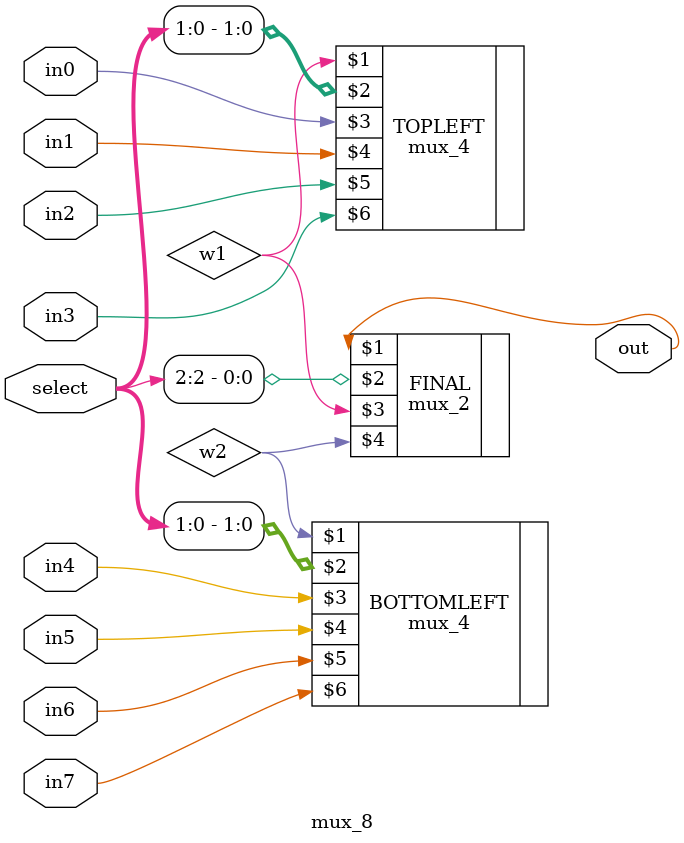
<source format=v>
module mux_8(out, select, in0, in1, in2, in3, in4, in5, in6, in7);
        
    input [2:0] select;
    input in0, in1, in2, in3, in4, in5, in6, in7;
    output out;
    wire w1, w2;

    mux_4 TOPLEFT(w1, select[1:0], in0, in1, in2, in3);
    mux_4 BOTTOMLEFT(w2, select[1:0], in4, in5, in6, in7);
    mux_2 FINAL(out, select[2], w1, w2);
endmodule
</source>
